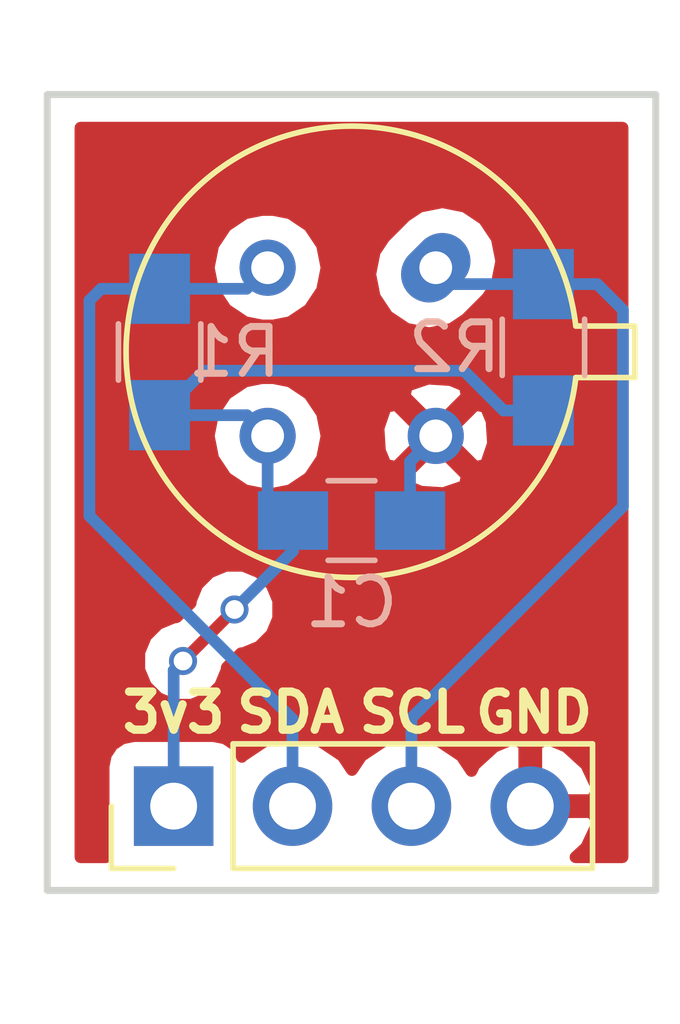
<source format=kicad_pcb>
(kicad_pcb (version 20171130) (host pcbnew 5.0.0-rc2-dev-unknown)

  (general
    (thickness 1.6)
    (drawings 8)
    (tracks 32)
    (zones 0)
    (modules 5)
    (nets 5)
  )

  (page A4)
  (layers
    (0 F.Cu signal)
    (31 B.Cu signal)
    (32 B.Adhes user)
    (33 F.Adhes user)
    (34 B.Paste user)
    (35 F.Paste user)
    (36 B.SilkS user)
    (37 F.SilkS user)
    (38 B.Mask user)
    (39 F.Mask user)
    (40 Dwgs.User user)
    (41 Cmts.User user)
    (42 Eco1.User user)
    (43 Eco2.User user)
    (44 Edge.Cuts user)
    (45 Margin user)
    (46 B.CrtYd user)
    (47 F.CrtYd user)
    (48 B.Fab user)
    (49 F.Fab user)
  )

  (setup
    (last_trace_width 0.25)
    (trace_clearance 0.2)
    (zone_clearance 0.508)
    (zone_45_only no)
    (trace_min 0.2)
    (segment_width 0.2)
    (edge_width 0.15)
    (via_size 0.6)
    (via_drill 0.4)
    (via_min_size 0.4)
    (via_min_drill 0.3)
    (uvia_size 0.3)
    (uvia_drill 0.1)
    (uvias_allowed no)
    (uvia_min_size 0.2)
    (uvia_min_drill 0.1)
    (pcb_text_width 0.3)
    (pcb_text_size 1.5 1.5)
    (mod_edge_width 0.15)
    (mod_text_size 1 1)
    (mod_text_width 0.15)
    (pad_size 1.524 1.524)
    (pad_drill 0.762)
    (pad_to_mask_clearance 0.2)
    (aux_axis_origin 0 0)
    (visible_elements FFFFFF7F)
    (pcbplotparams
      (layerselection 0x010f0_80000001)
      (usegerberextensions false)
      (usegerberattributes false)
      (usegerberadvancedattributes false)
      (creategerberjobfile false)
      (excludeedgelayer true)
      (linewidth 0.100000)
      (plotframeref false)
      (viasonmask false)
      (mode 1)
      (useauxorigin false)
      (hpglpennumber 1)
      (hpglpenspeed 20)
      (hpglpendiameter 15)
      (psnegative false)
      (psa4output false)
      (plotreference true)
      (plotvalue true)
      (plotinvisibletext false)
      (padsonsilk false)
      (subtractmaskfromsilk false)
      (outputformat 1)
      (mirror false)
      (drillshape 0)
      (scaleselection 1)
      (outputdirectory gerbers/))
  )

  (net 0 "")
  (net 1 +3V3)
  (net 2 GND)
  (net 3 /SDA)
  (net 4 /SCL)

  (net_class Default "This is the default net class."
    (clearance 0.2)
    (trace_width 0.25)
    (via_dia 0.6)
    (via_drill 0.4)
    (uvia_dia 0.3)
    (uvia_drill 0.1)
    (add_net +3V3)
    (add_net /SCL)
    (add_net /SDA)
    (add_net GND)
  )

  (module Capacitors_SMD:C_0805_HandSoldering (layer B.Cu) (tedit 58AA84A8) (tstamp 5AFAB9E2)
    (at 165.5 96.7)
    (descr "Capacitor SMD 0805, hand soldering")
    (tags "capacitor 0805")
    (path /5AFA70FA)
    (attr smd)
    (fp_text reference C1 (at 0 1.75) (layer B.SilkS)
      (effects (font (size 1 1) (thickness 0.15)) (justify mirror))
    )
    (fp_text value 0.1uF (at 0 -1.75) (layer B.Fab)
      (effects (font (size 1 1) (thickness 0.15)) (justify mirror))
    )
    (fp_text user %R (at 0 1.75) (layer B.Fab)
      (effects (font (size 1 1) (thickness 0.15)) (justify mirror))
    )
    (fp_line (start -1 -0.62) (end -1 0.62) (layer B.Fab) (width 0.1))
    (fp_line (start 1 -0.62) (end -1 -0.62) (layer B.Fab) (width 0.1))
    (fp_line (start 1 0.62) (end 1 -0.62) (layer B.Fab) (width 0.1))
    (fp_line (start -1 0.62) (end 1 0.62) (layer B.Fab) (width 0.1))
    (fp_line (start 0.5 0.85) (end -0.5 0.85) (layer B.SilkS) (width 0.12))
    (fp_line (start -0.5 -0.85) (end 0.5 -0.85) (layer B.SilkS) (width 0.12))
    (fp_line (start -2.25 0.88) (end 2.25 0.88) (layer B.CrtYd) (width 0.05))
    (fp_line (start -2.25 0.88) (end -2.25 -0.87) (layer B.CrtYd) (width 0.05))
    (fp_line (start 2.25 -0.87) (end 2.25 0.88) (layer B.CrtYd) (width 0.05))
    (fp_line (start 2.25 -0.87) (end -2.25 -0.87) (layer B.CrtYd) (width 0.05))
    (pad 1 smd rect (at -1.25 0) (size 1.5 1.25) (layers B.Cu B.Paste B.Mask)
      (net 1 +3V3))
    (pad 2 smd rect (at 1.25 0) (size 1.5 1.25) (layers B.Cu B.Paste B.Mask)
      (net 2 GND))
    (model Capacitors_SMD.3dshapes/C_0805.wrl
      (at (xyz 0 0 0))
      (scale (xyz 1 1 1))
      (rotate (xyz 0 0 0))
    )
  )

  (module Pin_Headers:Pin_Header_Straight_1x04_Pitch2.54mm (layer F.Cu) (tedit 5AFB261C) (tstamp 5AFAB9EA)
    (at 161.7 102.8 90)
    (descr "Through hole straight pin header, 1x04, 2.54mm pitch, single row")
    (tags "Through hole pin header THT 1x04 2.54mm single row")
    (path /5AFAAB99)
    (fp_text reference J1 (at 1.3 -1.9 180) (layer F.SilkS) hide
      (effects (font (size 1 1) (thickness 0.15)))
    )
    (fp_text value Conn_01x04 (at 0 9.95 90) (layer F.Fab)
      (effects (font (size 1 1) (thickness 0.15)))
    )
    (fp_line (start -0.635 -1.27) (end 1.27 -1.27) (layer F.Fab) (width 0.1))
    (fp_line (start 1.27 -1.27) (end 1.27 8.89) (layer F.Fab) (width 0.1))
    (fp_line (start 1.27 8.89) (end -1.27 8.89) (layer F.Fab) (width 0.1))
    (fp_line (start -1.27 8.89) (end -1.27 -0.635) (layer F.Fab) (width 0.1))
    (fp_line (start -1.27 -0.635) (end -0.635 -1.27) (layer F.Fab) (width 0.1))
    (fp_line (start -1.33 8.95) (end 1.33 8.95) (layer F.SilkS) (width 0.12))
    (fp_line (start -1.33 1.27) (end -1.33 8.95) (layer F.SilkS) (width 0.12))
    (fp_line (start 1.33 1.27) (end 1.33 8.95) (layer F.SilkS) (width 0.12))
    (fp_line (start -1.33 1.27) (end 1.33 1.27) (layer F.SilkS) (width 0.12))
    (fp_line (start -1.33 0) (end -1.33 -1.33) (layer F.SilkS) (width 0.12))
    (fp_line (start -1.33 -1.33) (end 0 -1.33) (layer F.SilkS) (width 0.12))
    (fp_line (start -1.8 -1.8) (end -1.8 9.4) (layer F.CrtYd) (width 0.05))
    (fp_line (start -1.8 9.4) (end 1.8 9.4) (layer F.CrtYd) (width 0.05))
    (fp_line (start 1.8 9.4) (end 1.8 -1.8) (layer F.CrtYd) (width 0.05))
    (fp_line (start 1.8 -1.8) (end -1.8 -1.8) (layer F.CrtYd) (width 0.05))
    (fp_text user %R (at 0 3.81 180) (layer F.Fab)
      (effects (font (size 1 1) (thickness 0.15)))
    )
    (pad 1 thru_hole rect (at 0 0 90) (size 1.7 1.7) (drill 1) (layers *.Cu *.Mask)
      (net 1 +3V3))
    (pad 2 thru_hole oval (at 0 2.54 90) (size 1.7 1.7) (drill 1) (layers *.Cu *.Mask)
      (net 3 /SDA))
    (pad 3 thru_hole oval (at 0 5.08 90) (size 1.7 1.7) (drill 1) (layers *.Cu *.Mask)
      (net 4 /SCL))
    (pad 4 thru_hole oval (at 0 7.62 90) (size 1.7 1.7) (drill 1) (layers *.Cu *.Mask)
      (net 2 GND))
    (model ${KISYS3DMOD}/Pin_Headers.3dshapes/Pin_Header_Straight_1x04_Pitch2.54mm.wrl
      (at (xyz 0 0 0))
      (scale (xyz 1 1 1))
      (rotate (xyz 0 0 0))
    )
  )

  (module Resistors_SMD:R_0805_HandSoldering (layer B.Cu) (tedit 5AFB2A6B) (tstamp 5AFAB9F0)
    (at 161.4 93.1 90)
    (descr "Resistor SMD 0805, hand soldering")
    (tags "resistor 0805")
    (path /5AFA7019)
    (attr smd)
    (fp_text reference R1 (at 0 1.6) (layer B.SilkS)
      (effects (font (size 1 1) (thickness 0.15)) (justify mirror))
    )
    (fp_text value 10K (at 0 -1.75 90) (layer B.Fab)
      (effects (font (size 1 1) (thickness 0.15)) (justify mirror))
    )
    (fp_text user %R (at 0 0 90) (layer B.Fab)
      (effects (font (size 0.5 0.5) (thickness 0.075)) (justify mirror))
    )
    (fp_line (start -1 -0.62) (end -1 0.62) (layer B.Fab) (width 0.1))
    (fp_line (start 1 -0.62) (end -1 -0.62) (layer B.Fab) (width 0.1))
    (fp_line (start 1 0.62) (end 1 -0.62) (layer B.Fab) (width 0.1))
    (fp_line (start -1 0.62) (end 1 0.62) (layer B.Fab) (width 0.1))
    (fp_line (start 0.6 -0.88) (end -0.6 -0.88) (layer B.SilkS) (width 0.12))
    (fp_line (start -0.6 0.88) (end 0.6 0.88) (layer B.SilkS) (width 0.12))
    (fp_line (start -2.35 0.9) (end 2.35 0.9) (layer B.CrtYd) (width 0.05))
    (fp_line (start -2.35 0.9) (end -2.35 -0.9) (layer B.CrtYd) (width 0.05))
    (fp_line (start 2.35 -0.9) (end 2.35 0.9) (layer B.CrtYd) (width 0.05))
    (fp_line (start 2.35 -0.9) (end -2.35 -0.9) (layer B.CrtYd) (width 0.05))
    (pad 1 smd rect (at -1.35 0 90) (size 1.5 1.3) (layers B.Cu B.Paste B.Mask)
      (net 1 +3V3))
    (pad 2 smd rect (at 1.35 0 90) (size 1.5 1.3) (layers B.Cu B.Paste B.Mask)
      (net 3 /SDA))
    (model ${KISYS3DMOD}/Resistors_SMD.3dshapes/R_0805.wrl
      (at (xyz 0 0 0))
      (scale (xyz 1 1 1))
      (rotate (xyz 0 0 0))
    )
  )

  (module Resistors_SMD:R_0805_HandSoldering (layer B.Cu) (tedit 5AFB2A75) (tstamp 5AFAB9F6)
    (at 169.6 93 90)
    (descr "Resistor SMD 0805, hand soldering")
    (tags "resistor 0805")
    (path /5AFA7080)
    (attr smd)
    (fp_text reference R2 (at 0 -1.9 180) (layer B.SilkS)
      (effects (font (size 1 1) (thickness 0.15)) (justify mirror))
    )
    (fp_text value 10K (at 0 -1.75 90) (layer B.Fab)
      (effects (font (size 1 1) (thickness 0.15)) (justify mirror))
    )
    (fp_text user %R (at 0 0 90) (layer B.Fab)
      (effects (font (size 0.5 0.5) (thickness 0.075)) (justify mirror))
    )
    (fp_line (start -1 -0.62) (end -1 0.62) (layer B.Fab) (width 0.1))
    (fp_line (start 1 -0.62) (end -1 -0.62) (layer B.Fab) (width 0.1))
    (fp_line (start 1 0.62) (end 1 -0.62) (layer B.Fab) (width 0.1))
    (fp_line (start -1 0.62) (end 1 0.62) (layer B.Fab) (width 0.1))
    (fp_line (start 0.6 -0.88) (end -0.6 -0.88) (layer B.SilkS) (width 0.12))
    (fp_line (start -0.6 0.88) (end 0.6 0.88) (layer B.SilkS) (width 0.12))
    (fp_line (start -2.35 0.9) (end 2.35 0.9) (layer B.CrtYd) (width 0.05))
    (fp_line (start -2.35 0.9) (end -2.35 -0.9) (layer B.CrtYd) (width 0.05))
    (fp_line (start 2.35 -0.9) (end 2.35 0.9) (layer B.CrtYd) (width 0.05))
    (fp_line (start 2.35 -0.9) (end -2.35 -0.9) (layer B.CrtYd) (width 0.05))
    (pad 1 smd rect (at -1.35 0 90) (size 1.5 1.3) (layers B.Cu B.Paste B.Mask)
      (net 1 +3V3))
    (pad 2 smd rect (at 1.35 0 90) (size 1.5 1.3) (layers B.Cu B.Paste B.Mask)
      (net 4 /SCL))
    (model ${KISYS3DMOD}/Resistors_SMD.3dshapes/R_0805.wrl
      (at (xyz 0 0 0))
      (scale (xyz 1 1 1))
      (rotate (xyz 0 0 0))
    )
  )

  (module TO_SOT_Packages_THT:TO-39-4_Window (layer F.Cu) (tedit 5AFB2625) (tstamp 5AFAB9FE)
    (at 167.3 91.3 225)
    (descr "TO-39-4_Window, Window")
    (tags "TO-39-4_Window Window")
    (path /5AFA6F32)
    (fp_text reference U1 (at 2.54 -5.82 225) (layer F.SilkS) hide
      (effects (font (size 1 1) (thickness 0.15)))
    )
    (fp_text value MLX90614 (at 2.54 5.82 225) (layer F.Fab)
      (effects (font (size 1 1) (thickness 0.15)))
    )
    (fp_text user %R (at 2.54 -5.82 225) (layer F.Fab)
      (effects (font (size 1 1) (thickness 0.15)))
    )
    (fp_line (start -0.465408 -3.61352) (end -1.27151 -4.419621) (layer F.Fab) (width 0.1))
    (fp_line (start -1.27151 -4.419621) (end -1.879621 -3.81151) (layer F.Fab) (width 0.1))
    (fp_line (start -1.879621 -3.81151) (end -1.07352 -3.005408) (layer F.Fab) (width 0.1))
    (fp_line (start 3.864 -2.637) (end 5.177 -1.324) (layer F.Fab) (width 0.1))
    (fp_line (start 3.025 -2.911) (end 5.451 -0.485) (layer F.Fab) (width 0.1))
    (fp_line (start 2.42 -2.948) (end 5.488 0.12) (layer F.Fab) (width 0.1))
    (fp_line (start 1.918 -2.884) (end 5.424 0.622) (layer F.Fab) (width 0.1))
    (fp_line (start 1.482 -2.755) (end 5.295 1.058) (layer F.Fab) (width 0.1))
    (fp_line (start 1.097 -2.574) (end 5.114 1.443) (layer F.Fab) (width 0.1))
    (fp_line (start 0.756 -2.35) (end 4.89 1.784) (layer F.Fab) (width 0.1))
    (fp_line (start 0.454 -2.086) (end 4.626 2.086) (layer F.Fab) (width 0.1))
    (fp_line (start 0.19 -1.784) (end 4.324 2.35) (layer F.Fab) (width 0.1))
    (fp_line (start -0.034 -1.443) (end 3.983 2.574) (layer F.Fab) (width 0.1))
    (fp_line (start -0.215 -1.058) (end 3.598 2.755) (layer F.Fab) (width 0.1))
    (fp_line (start -0.344 -0.622) (end 3.162 2.884) (layer F.Fab) (width 0.1))
    (fp_line (start -0.408 -0.12) (end 2.66 2.948) (layer F.Fab) (width 0.1))
    (fp_line (start -0.371 0.485) (end 2.055 2.911) (layer F.Fab) (width 0.1))
    (fp_line (start -0.097 1.324) (end 1.216 2.637) (layer F.Fab) (width 0.1))
    (fp_line (start -0.457084 -3.774902) (end -1.348039 -4.665856) (layer F.SilkS) (width 0.12))
    (fp_line (start -1.348039 -4.665856) (end -2.125856 -3.888039) (layer F.SilkS) (width 0.12))
    (fp_line (start -2.125856 -3.888039) (end -1.234902 -2.997084) (layer F.SilkS) (width 0.12))
    (fp_line (start -2.41 -4.95) (end -2.41 4.95) (layer F.CrtYd) (width 0.05))
    (fp_line (start -2.41 4.95) (end 7.49 4.95) (layer F.CrtYd) (width 0.05))
    (fp_line (start 7.49 4.95) (end 7.49 -4.95) (layer F.CrtYd) (width 0.05))
    (fp_line (start 7.49 -4.95) (end -2.41 -4.95) (layer F.CrtYd) (width 0.05))
    (fp_circle (center 2.54 0) (end 6.79 0) (layer F.Fab) (width 0.1))
    (fp_circle (center 2.54 0) (end 5.49 0) (layer F.Fab) (width 0.1))
    (fp_arc (start 2.54 0) (end -0.465408 -3.61352) (angle 349.5) (layer F.Fab) (width 0.1))
    (fp_arc (start 2.54 0) (end -0.457084 -3.774902) (angle 346.9) (layer F.SilkS) (width 0.12))
    (pad 1 thru_hole oval (at 0 0 225) (size 1.6 1.2) (drill 0.7) (layers *.Cu *.Mask)
      (net 4 /SCL))
    (pad 2 thru_hole oval (at 2.54 2.54 225) (size 1.2 1.2) (drill 0.7) (layers *.Cu *.Mask)
      (net 3 /SDA))
    (pad 3 thru_hole oval (at 5.079999 0 225) (size 1.2 1.2) (drill 0.7) (layers *.Cu *.Mask)
      (net 1 +3V3))
    (pad 4 thru_hole oval (at 2.54 -2.54 225) (size 1.2 1.2) (drill 0.7) (layers *.Cu *.Mask)
      (net 2 GND))
    (model ${KISYS3DMOD}/TO_SOT_Packages_THT.3dshapes/TO-39-4_Window.wrl
      (at (xyz 0 0 0))
      (scale (xyz 0.393701 0.393701 0.393701))
      (rotate (xyz 0 0 0))
    )
  )

  (gr_line (start 159 104.6) (end 159 87.6) (angle 90) (layer Edge.Cuts) (width 0.15))
  (gr_line (start 172 104.6) (end 159 104.6) (angle 90) (layer Edge.Cuts) (width 0.15))
  (gr_line (start 172 87.6) (end 172 104.6) (angle 90) (layer Edge.Cuts) (width 0.15))
  (gr_line (start 159 87.6) (end 172 87.6) (angle 90) (layer Edge.Cuts) (width 0.15))
  (gr_text GND (at 169.4 100.8) (layer F.SilkS)
    (effects (font (size 0.8128 0.8) (thickness 0.1778)))
  )
  (gr_text SCL (at 166.8 100.8) (layer F.SilkS)
    (effects (font (size 0.8128 0.8) (thickness 0.1778)))
  )
  (gr_text SDA (at 164.2 100.8) (layer F.SilkS)
    (effects (font (size 0.8128 0.8) (thickness 0.1778)))
  )
  (gr_text 3v3 (at 161.7 100.8) (layer F.SilkS)
    (effects (font (size 0.8128 0.8) (thickness 0.1778)))
  )

  (segment (start 164.25 96.7) (end 164.25 97.35) (width 0.25) (layer B.Cu) (net 1))
  (segment (start 161.7 99.9) (end 161.7 102.8) (width 0.25) (layer B.Cu) (net 1) (tstamp 5AFAD0F5))
  (segment (start 161.9 99.7) (end 161.7 99.9) (width 0.25) (layer B.Cu) (net 1) (tstamp 5AFAD0F4))
  (via (at 161.9 99.7) (size 0.6) (drill 0.4) (layers F.Cu B.Cu) (net 1))
  (segment (start 163 98.6) (end 161.9 99.7) (width 0.25) (layer F.Cu) (net 1) (tstamp 5AFAD0F1))
  (via (at 163 98.6) (size 0.6) (drill 0.4) (layers F.Cu B.Cu) (net 1))
  (segment (start 164.25 97.35) (end 163 98.6) (width 0.25) (layer B.Cu) (net 1) (tstamp 5AFAD0EF))
  (segment (start 169.6 94.35) (end 168.75 94.35) (width 0.25) (layer B.Cu) (net 1) (status 10))
  (segment (start 162.35 93.5) (end 161.4 94.45) (width 0.25) (layer B.Cu) (net 1) (tstamp 5AFACECA) (status 20))
  (segment (start 167.9 93.5) (end 162.35 93.5) (width 0.25) (layer B.Cu) (net 1) (tstamp 5AFACEBF))
  (segment (start 168.75 94.35) (end 167.9 93.5) (width 0.25) (layer B.Cu) (net 1) (tstamp 5AFACEBD))
  (segment (start 161.4 94.45) (end 163.265796 94.45) (width 0.25) (layer B.Cu) (net 1) (status 10))
  (segment (start 163.265796 94.45) (end 163.707898 94.892102) (width 0.25) (layer B.Cu) (net 1) (tstamp 5AFACEAF) (status 20))
  (segment (start 163.707898 94.892102) (end 163.707898 96.157898) (width 0.25) (layer B.Cu) (net 1) (status 30))
  (segment (start 163.707898 96.157898) (end 164.25 96.7) (width 0.25) (layer B.Cu) (net 1) (tstamp 5AFACBDF) (status 30))
  (segment (start 166.75 96.7) (end 166.75 95.442102) (width 0.25) (layer B.Cu) (net 2) (status 10))
  (segment (start 166.75 95.442102) (end 167.3 94.892102) (width 0.25) (layer B.Cu) (net 2) (tstamp 5AFACCA0) (status 20))
  (segment (start 161.4 91.75) (end 160.15 91.75) (width 0.25) (layer B.Cu) (net 3))
  (segment (start 164.24 100.94) (end 164.24 102.8) (width 0.25) (layer B.Cu) (net 3) (tstamp 5AFAD0EB))
  (segment (start 159.9 96.6) (end 164.24 100.94) (width 0.25) (layer B.Cu) (net 3) (tstamp 5AFAD0E9))
  (segment (start 159.9 92) (end 159.9 96.6) (width 0.25) (layer B.Cu) (net 3) (tstamp 5AFAD0E8))
  (segment (start 160.15 91.75) (end 159.9 92) (width 0.25) (layer B.Cu) (net 3) (tstamp 5AFAD0E7))
  (segment (start 161.4 91.75) (end 163.257898 91.75) (width 0.25) (layer B.Cu) (net 3) (status 10))
  (segment (start 163.257898 91.75) (end 163.707898 91.3) (width 0.25) (layer B.Cu) (net 3) (tstamp 5AFACEA9) (status 20))
  (segment (start 169.6 91.65) (end 170.75 91.65) (width 0.25) (layer B.Cu) (net 4))
  (segment (start 166.78 100.92) (end 166.78 102.8) (width 0.25) (layer B.Cu) (net 4) (tstamp 5AFAD0E1))
  (segment (start 171.3 96.4) (end 166.78 100.92) (width 0.25) (layer B.Cu) (net 4) (tstamp 5AFAD0DF))
  (segment (start 171.3 92.2) (end 171.3 96.4) (width 0.25) (layer B.Cu) (net 4) (tstamp 5AFAD0DE))
  (segment (start 170.75 91.65) (end 171.3 92.2) (width 0.25) (layer B.Cu) (net 4) (tstamp 5AFAD0DD))
  (segment (start 169.6 91.65) (end 170.25 91.65) (width 0.25) (layer B.Cu) (net 4) (status 30))
  (segment (start 169.6 91.65) (end 167.65 91.65) (width 0.25) (layer B.Cu) (net 4) (status 30))
  (segment (start 167.65 91.65) (end 167.3 91.3) (width 0.25) (layer B.Cu) (net 4) (tstamp 5AFACEA6) (status 30))

  (zone (net 2) (net_name GND) (layer F.Cu) (tstamp 5AFB29E6) (hatch edge 0.508)
    (connect_pads (clearance 0.508))
    (min_thickness 0.254)
    (fill yes (arc_segments 16) (thermal_gap 0.508) (thermal_bridge_width 0.508))
    (polygon
      (pts
        (xy 172 104.6) (xy 159 104.6) (xy 159 87.6) (xy 172 87.6)
      )
    )
    (filled_polygon
      (pts
        (xy 171.290001 103.89) (xy 170.286242 103.89) (xy 170.515183 103.681358) (xy 170.761486 103.156892) (xy 170.640819 102.927)
        (xy 169.447 102.927) (xy 169.447 102.947) (xy 169.193 102.947) (xy 169.193 102.927) (xy 169.173 102.927)
        (xy 169.173 102.673) (xy 169.193 102.673) (xy 169.193 101.479845) (xy 169.447 101.479845) (xy 169.447 102.673)
        (xy 170.640819 102.673) (xy 170.761486 102.443108) (xy 170.515183 101.918642) (xy 170.086924 101.528355) (xy 169.67689 101.358524)
        (xy 169.447 101.479845) (xy 169.193 101.479845) (xy 168.96311 101.358524) (xy 168.553076 101.528355) (xy 168.124817 101.918642)
        (xy 168.063843 102.048478) (xy 167.850625 101.729375) (xy 167.359418 101.401161) (xy 166.926256 101.315) (xy 166.633744 101.315)
        (xy 166.200582 101.401161) (xy 165.709375 101.729375) (xy 165.51 102.027761) (xy 165.310625 101.729375) (xy 164.819418 101.401161)
        (xy 164.386256 101.315) (xy 164.093744 101.315) (xy 163.660582 101.401161) (xy 163.169375 101.729375) (xy 163.157184 101.747619)
        (xy 163.148157 101.702235) (xy 163.007809 101.492191) (xy 162.797765 101.351843) (xy 162.55 101.30256) (xy 160.85 101.30256)
        (xy 160.602235 101.351843) (xy 160.392191 101.492191) (xy 160.251843 101.702235) (xy 160.20256 101.95) (xy 160.20256 103.65)
        (xy 160.250298 103.89) (xy 159.71 103.89) (xy 159.71 99.514017) (xy 160.965 99.514017) (xy 160.965 99.885983)
        (xy 161.107345 100.229635) (xy 161.370365 100.492655) (xy 161.714017 100.635) (xy 162.085983 100.635) (xy 162.429635 100.492655)
        (xy 162.692655 100.229635) (xy 162.835 99.885983) (xy 162.835 99.839801) (xy 163.139802 99.535) (xy 163.185983 99.535)
        (xy 163.529635 99.392655) (xy 163.792655 99.129635) (xy 163.935 98.785983) (xy 163.935 98.414017) (xy 163.792655 98.070365)
        (xy 163.529635 97.807345) (xy 163.185983 97.665) (xy 162.814017 97.665) (xy 162.470365 97.807345) (xy 162.207345 98.070365)
        (xy 162.065 98.414017) (xy 162.065 98.460198) (xy 161.760199 98.765) (xy 161.714017 98.765) (xy 161.370365 98.907345)
        (xy 161.107345 99.170365) (xy 160.965 99.514017) (xy 159.71 99.514017) (xy 159.71 94.892102) (xy 162.448703 94.892102)
        (xy 162.544554 95.373975) (xy 162.817513 95.782487) (xy 163.226025 96.055446) (xy 163.586262 96.127102) (xy 163.829534 96.127102)
        (xy 164.189771 96.055446) (xy 164.598283 95.782487) (xy 164.628268 95.737611) (xy 166.634096 95.737611) (xy 166.680678 95.960591)
        (xy 166.982389 96.085574) (xy 167.463288 96.116271) (xy 167.919327 95.960599) (xy 167.966599 95.738307) (xy 167.3 95.071707)
        (xy 166.634096 95.737611) (xy 164.628268 95.737611) (xy 164.871242 95.373975) (xy 164.967093 94.892102) (xy 164.934613 94.728814)
        (xy 166.075831 94.728814) (xy 166.106528 95.209713) (xy 166.231511 95.511424) (xy 166.454491 95.558006) (xy 167.120395 94.892102)
        (xy 167.479605 94.892102) (xy 168.146205 95.558701) (xy 168.368497 95.511429) (xy 168.524169 95.05539) (xy 168.493472 94.574491)
        (xy 168.368489 94.27278) (xy 168.145509 94.226198) (xy 167.479605 94.892102) (xy 167.120395 94.892102) (xy 166.453795 94.225503)
        (xy 166.231503 94.272775) (xy 166.075831 94.728814) (xy 164.934613 94.728814) (xy 164.871242 94.410229) (xy 164.627804 94.045897)
        (xy 166.633401 94.045897) (xy 167.3 94.712497) (xy 167.965904 94.046593) (xy 167.919322 93.823613) (xy 167.617611 93.69863)
        (xy 167.136712 93.667933) (xy 166.680673 93.823605) (xy 166.633401 94.045897) (xy 164.627804 94.045897) (xy 164.598283 94.001717)
        (xy 164.189771 93.728758) (xy 163.829534 93.657102) (xy 163.586262 93.657102) (xy 163.226025 93.728758) (xy 162.817513 94.001717)
        (xy 162.544554 94.410229) (xy 162.448703 94.892102) (xy 159.71 94.892102) (xy 159.71 91.3) (xy 162.448703 91.3)
        (xy 162.544554 91.781873) (xy 162.817513 92.190385) (xy 163.226025 92.463344) (xy 163.586262 92.535) (xy 163.829534 92.535)
        (xy 164.189771 92.463344) (xy 164.598283 92.190385) (xy 164.871242 91.781873) (xy 164.938962 91.441421) (xy 165.899385 91.441421)
        (xy 165.995235 91.923293) (xy 166.268194 92.331806) (xy 166.676707 92.604765) (xy 167.158579 92.700615) (xy 167.640451 92.604765)
        (xy 167.945846 92.400707) (xy 168.400707 91.945846) (xy 168.604765 91.640451) (xy 168.700615 91.158579) (xy 168.604765 90.676707)
        (xy 168.331806 90.268194) (xy 167.923293 89.995235) (xy 167.441421 89.899385) (xy 166.959549 89.995235) (xy 166.654154 90.199293)
        (xy 166.199293 90.654154) (xy 165.995235 90.959549) (xy 165.899385 91.441421) (xy 164.938962 91.441421) (xy 164.967093 91.3)
        (xy 164.871242 90.818127) (xy 164.598283 90.409615) (xy 164.189771 90.136656) (xy 163.829534 90.065) (xy 163.586262 90.065)
        (xy 163.226025 90.136656) (xy 162.817513 90.409615) (xy 162.544554 90.818127) (xy 162.448703 91.3) (xy 159.71 91.3)
        (xy 159.71 88.31) (xy 171.29 88.31)
      )
    )
  )
)

</source>
